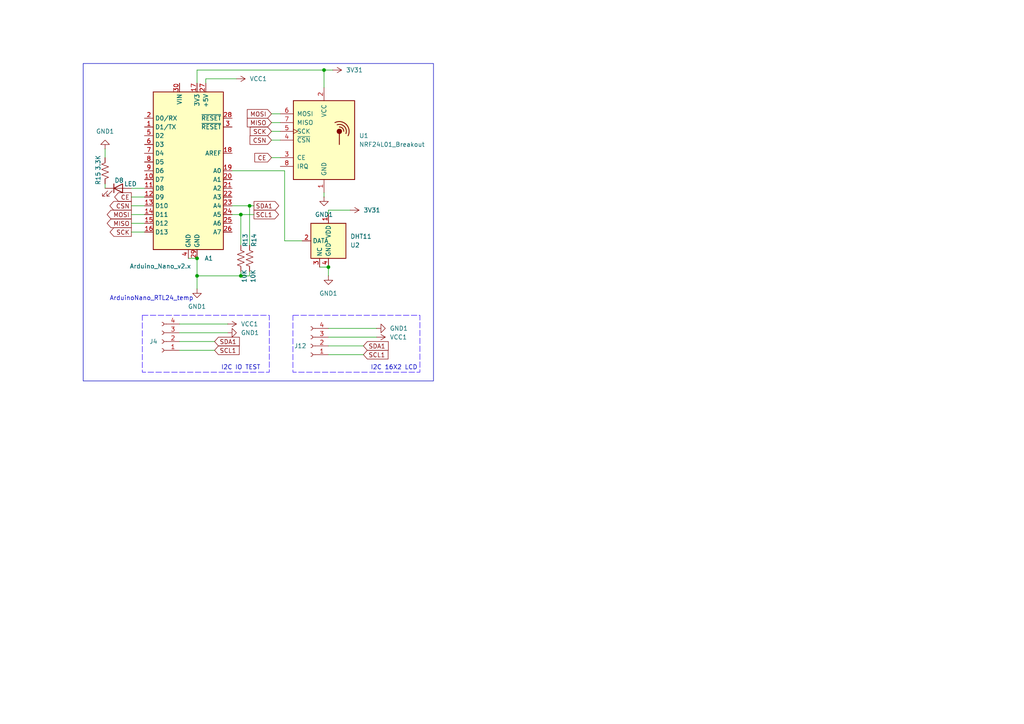
<source format=kicad_sch>
(kicad_sch (version 20250114) (generator "eeschema") (generator_version "9.0")
  (paper "A4")
  (lib_symbols
    (symbol "Connector:Conn_01x04_Socket" (pin_names (offset 1.016) (hide yes))
      (property "Reference" "J" (at 0 5.08 0))
      (property "Value" "Conn_01x04_Socket" (at 0 -7.62 0))
      (symbol "Conn_01x04_Socket_1_1"
        (polyline (pts (xy -1.27 2.54) (xy -0.508 2.54)) (stroke (width 0.1524)))
        (polyline (pts (xy -1.27 0) (xy -0.508 0)) (stroke (width 0.1524)))
        (polyline (pts (xy -1.27 -2.54) (xy -0.508 -2.54)) (stroke (width 0.1524)))
        (polyline (pts (xy -1.27 -5.08) (xy -0.508 -5.08)) (stroke (width 0.1524)))
        (arc (start 0 2.032) (mid -0.5058 2.54) (end 0 3.048) (stroke (width 0.1524)))
        (arc (start 0 -0.508) (mid -0.5058 0) (end 0 0.508) (stroke (width 0.1524)))
        (arc (start 0 -3.048) (mid -0.5058 -2.54) (end 0 -2.032) (stroke (width 0.1524)))
        (arc (start 0 -5.588) (mid -0.5058 -5.08) (end 0 -4.572) (stroke (width 0.1524)))
        (pin passive line (at -5.08 2.54 0) (length 3.81) (name "Pin_1") (number "1"))
        (pin passive line (at -5.08 0 0) (length 3.81) (name "Pin_2") (number "2"))
        (pin passive line (at -5.08 -2.54 0) (length 3.81) (name "Pin_3") (number "3"))
        (pin passive line (at -5.08 -5.08 0) (length 3.81) (name "Pin_4") (number "4"))
      )
    )
    (symbol "Device:LED" (pin_numbers (hide yes)) (pin_names (offset 1.016) (hide yes))
      (property "Reference" "D" (at 0 2.54 0))
      (property "Value" "LED" (at 0 -2.54 0))
      (symbol "LED_0_1"
        (polyline (pts (xy -3.048 -0.762) (xy -4.572 -2.286) (xy -3.81 -2.286) (xy -4.572 -2.286) (xy -4.572 -1.524)))
        (polyline (pts (xy -1.778 -0.762) (xy -3.302 -2.286) (xy -2.54 -2.286) (xy -3.302 -2.286) (xy -3.302 -1.524)))
        (polyline (pts (xy -1.27 0) (xy 1.27 0)))
        (polyline (pts (xy -1.27 -1.27) (xy -1.27 1.27)) (stroke (width 0.254)))
        (polyline (pts (xy 1.27 -1.27) (xy 1.27 1.27) (xy -1.27 0) (xy 1.27 -1.27)) (stroke (width 0.254)))
      )
      (symbol "LED_1_1"
        (pin passive line (at -3.81 0 0) (length 2.54) (name "K") (number "1"))
        (pin passive line (at 3.81 0 180) (length 2.54) (name "A") (number "2"))
      )
    )
    (symbol "Device:R_US" (pin_numbers (hide yes)) (pin_names (offset 0))
      (property "Reference" "R" (at 2.54 0 90))
      (property "Value" "R_US" (at -2.54 0 90))
      (symbol "R_US_0_1"
        (polyline (pts (xy 0 2.286) (xy 0 2.54)))
        (polyline (pts (xy 0 2.286) (xy 1.016 1.905) (xy 0 1.524) (xy -1.016 1.143) (xy 0 0.762)))
        (polyline (pts (xy 0 0.762) (xy 1.016 0.381) (xy 0 0) (xy -1.016 -0.381) (xy 0 -0.762)))
        (polyline (pts (xy 0 -0.762) (xy 1.016 -1.143) (xy 0 -1.524) (xy -1.016 -1.905) (xy 0 -2.286)))
        (polyline (pts (xy 0 -2.286) (xy 0 -2.54)))
      )
      (symbol "R_US_1_1"
        (pin passive line (at 0 3.81 270) (length 1.27) (name "~") (number "1"))
        (pin passive line (at 0 -3.81 90) (length 1.27) (name "~") (number "2"))
      )
    )
    (symbol "MCU_Module:Arduino_Nano_v2.x"
      (property "Reference" "A" (at -10.16 23.495 0))
      (property "Value" "Arduino_Nano_v2.x" (at 5.08 -24.13 0))
      (symbol "Arduino_Nano_v2.x_0_1"
        (rectangle (start -10.16 22.86) (end 10.16 -22.86) (stroke (width 0.254)) (fill (type background)))
      )
      (symbol "Arduino_Nano_v2.x_1_1"
        (pin bidirectional line (at -12.7 15.24 0) (length 2.54) (name "D0/RX") (number "2"))
        (pin bidirectional line (at -12.7 12.7 0) (length 2.54) (name "D1/TX") (number "1"))
        (pin bidirectional line (at -12.7 10.16 0) (length 2.54) (name "D2") (number "5"))
        (pin bidirectional line (at -12.7 7.62 0) (length 2.54) (name "D3") (number "6"))
        (pin bidirectional line (at -12.7 5.08 0) (length 2.54) (name "D4") (number "7"))
        (pin bidirectional line (at -12.7 2.54 0) (length 2.54) (name "D5") (number "8"))
        (pin bidirectional line (at -12.7 0 0) (length 2.54) (name "D6") (number "9"))
        (pin bidirectional line (at -12.7 -2.54 0) (length 2.54) (name "D7") (number "10"))
        (pin bidirectional line (at -12.7 -5.08 0) (length 2.54) (name "D8") (number "11"))
        (pin bidirectional line (at -12.7 -7.62 0) (length 2.54) (name "D9") (number "12"))
        (pin bidirectional line (at -12.7 -10.16 0) (length 2.54) (name "D10") (number "13"))
        (pin bidirectional line (at -12.7 -12.7 0) (length 2.54) (name "D11") (number "14"))
        (pin bidirectional line (at -12.7 -15.24 0) (length 2.54) (name "D12") (number "15"))
        (pin bidirectional line (at -12.7 -17.78 0) (length 2.54) (name "D13") (number "16"))
        (pin power_in line (at -2.54 25.4 270) (length 2.54) (name "VIN") (number "30"))
        (pin power_in line (at 0 -25.4 90) (length 2.54) (name "GND") (number "4"))
        (pin power_out line (at 2.54 25.4 270) (length 2.54) (name "3V3") (number "17"))
        (pin power_in line (at 2.54 -25.4 90) (length 2.54) (name "GND") (number "29"))
        (pin power_out line (at 5.08 25.4 270) (length 2.54) (name "+5V") (number "27"))
        (pin input line (at 12.7 15.24 180) (length 2.54) (name "~{RESET}") (number "28"))
        (pin input line (at 12.7 12.7 180) (length 2.54) (name "~{RESET}") (number "3"))
        (pin input line (at 12.7 5.08 180) (length 2.54) (name "AREF") (number "18"))
        (pin bidirectional line (at 12.7 0 180) (length 2.54) (name "A0") (number "19"))
        (pin bidirectional line (at 12.7 -2.54 180) (length 2.54) (name "A1") (number "20"))
        (pin bidirectional line (at 12.7 -5.08 180) (length 2.54) (name "A2") (number "21"))
        (pin bidirectional line (at 12.7 -7.62 180) (length 2.54) (name "A3") (number "22"))
        (pin bidirectional line (at 12.7 -10.16 180) (length 2.54) (name "A4") (number "23"))
        (pin bidirectional line (at 12.7 -12.7 180) (length 2.54) (name "A5") (number "24"))
        (pin bidirectional line (at 12.7 -15.24 180) (length 2.54) (name "A6") (number "25"))
        (pin bidirectional line (at 12.7 -17.78 180) (length 2.54) (name "A7") (number "26"))
      )
    )
    (symbol "RF:NRF24L01_Breakout" (pin_names (offset 1.016))
      (property "Reference" "U" (at -8.89 12.7 0))
      (property "Value" "NRF24L01_Breakout" (at 3.81 12.7 0))
      (symbol "NRF24L01_Breakout_0_1"
        (rectangle (start -8.89 11.43) (end 8.89 -11.43) (stroke (width 0.254)) (fill (type background)))
        (arc (start 3.175 5.08) (mid 6.453 4.548) (end 6.985 1.27) (stroke (width 0.254)))
        (circle (center 4.445 2.54) (radius 0.635) (stroke (width 0.254)) (fill (type outline)))
        (polyline (pts (xy 4.445 1.905) (xy 4.445 -1.27)) (stroke (width 0.254)))
        (arc (start 3.81 4.445) (mid 5.8835 3.9785) (end 6.35 1.905) (stroke (width 0.254)))
        (arc (start 4.445 3.81) (mid 5.3558 3.4508) (end 5.715 2.54) (stroke (width 0.254)))
      )
      (symbol "NRF24L01_Breakout_1_1"
        (pin input line (at -12.7 7.62 0) (length 3.81) (name "MOSI") (number "6"))
        (pin output line (at -12.7 5.08 0) (length 3.81) (name "MISO") (number "7"))
        (pin input clock (at -12.7 2.54 0) (length 3.81) (name "SCK") (number "5"))
        (pin input line (at -12.7 0 0) (length 3.81) (name "~{CSN}") (number "4"))
        (pin input line (at -12.7 -5.08 0) (length 3.81) (name "CE") (number "3"))
        (pin output line (at -12.7 -7.62 0) (length 3.81) (name "IRQ") (number "8"))
        (pin power_in line (at 0 15.24 270) (length 3.81) (name "VCC") (number "2"))
        (pin power_in line (at 0 -15.24 90) (length 3.81) (name "GND") (number "1"))
      )
    )
    (symbol "Sensor:DHT11"
      (property "Reference" "U2" (at -6.35 -1.2701 0))
      (property "Value" "DHT11" (at -6.35 1.2699 0))
      (symbol "DHT11_0_1"
        (rectangle (start -5.08 5.08) (end 5.08 -5.08) (stroke (width 0.254)) (fill (type background)))
      )
      (symbol "DHT11_1_1"
        (pin no_connect line (at -5.08 0 0) (length 2.54) (hide yes) (name "NC") (number "3"))
        (pin power_in line (at 0 7.62 270) (length 2.54) (name "VDD") (number "1"))
        (pin power_in line (at 0 -7.62 90) (length 2.54) (name "GND") (number "4"))
        (pin power_in line (at 2.54 -7.62 90) (length 2.54) (name "NC") (number "3"))
        (pin bidirectional line (at 7.62 0 180) (length 2.54) (name "DATA") (number "2"))
      )
    )
    (symbol "power:GND" (power) (pin_numbers (hide yes)) (pin_names (offset 0) (hide yes))
      (property "Value" "GND" (at 0 -3.81 0))
      (symbol "GND_0_1"
        (polyline (pts (xy 0 0) (xy 0 -1.27) (xy 1.27 -1.27) (xy 0 -2.54) (xy -1.27 -1.27) (xy 0 -1.27)))
      )
      (symbol "GND_1_1"
        (pin power_in line (at 0 0 270) (length 0) (name "~") (number "1"))
      )
    )
    (symbol "power:VCC" (power) (pin_numbers (hide yes)) (pin_names (offset 0) (hide yes))
      (property "Value" "VCC" (at 0 3.556 0))
      (symbol "VCC_0_1"
        (polyline (pts (xy -0.762 1.27) (xy 0 2.54)))
        (polyline (pts (xy 0 2.54) (xy 0.762 1.27)))
        (polyline (pts (xy 0 0) (xy 0 2.54)))
      )
      (symbol "VCC_1_1"
        (pin power_in line (at 0 0 90) (length 0) (name "~") (number "1"))
      )
    )
  )
  (rectangle (start 84.963 91.44) (end 121.793 107.95) (stroke (width 0) (type dash) (color 50 9 255 1)))
  (rectangle (start 41.275 91.44) (end 78.105 107.95) (stroke (width 0) (type dash) (color 50 9 255 1)))
  (rectangle (start 24.13 18.415) (end 125.73 110.49))
  (text "I2C 16X2 LCD" (at 114.3 106.68 0) (effects (font (size 1.27 1.27))))
  (text "I2C IO TEST" (at 69.85 106.68 0) (effects (font (size 1.27 1.27))))
  (text "ArduinoNano_RTL24_temp" (at 43.942 86.614 0) (effects (font (size 1.27 1.27))))
  (junction (at 72.39 59.69))
  (junction (at 93.98 20.32))
  (junction (at 69.85 62.23))
  (junction (at 69.85 80.01))
  (junction (at 95.25 77.47))
  (junction (at 57.15 74.93))
  (junction (at 57.15 80.01))
  (wire (pts (xy 30.48 45.72) (xy 30.48 43.18)))
  (wire (pts (xy 68.58 22.86) (xy 59.69 22.86)))
  (wire (pts (xy 67.31 59.69) (xy 72.39 59.69)))
  (wire (pts (xy 57.15 80.01) (xy 57.15 83.82)))
  (wire (pts (xy 38.1 59.69) (xy 41.91 59.69)))
  (wire (pts (xy 92.71 77.47) (xy 95.25 77.47)))
  (wire (pts (xy 95.25 102.87) (xy 105.41 102.87)))
  (wire (pts (xy 67.31 49.53) (xy 82.55 49.53)))
  (wire (pts (xy 52.07 99.06) (xy 62.23 99.06)))
  (wire (pts (xy 82.55 69.85) (xy 87.63 69.85)))
  (wire (pts (xy 95.25 60.96) (xy 101.6 60.96)))
  (wire (pts (xy 67.31 62.23) (xy 69.85 62.23)))
  (wire (pts (xy 82.55 49.53) (xy 82.55 69.85)))
  (wire (pts (xy 38.1 57.15) (xy 41.91 57.15)))
  (wire (pts (xy 52.07 96.52) (xy 66.04 96.52)))
  (wire (pts (xy 57.15 24.13) (xy 57.15 20.32)))
  (wire (pts (xy 69.85 62.23) (xy 69.85 71.12)))
  (wire (pts (xy 78.74 35.56) (xy 81.28 35.56)))
  (wire (pts (xy 69.85 62.23) (xy 73.66 62.23)))
  (wire (pts (xy 57.15 20.32) (xy 93.98 20.32)))
  (wire (pts (xy 30.48 54.61) (xy 30.48 53.34)))
  (wire (pts (xy 78.74 38.1) (xy 81.28 38.1)))
  (wire (pts (xy 78.74 40.64) (xy 81.28 40.64)))
  (wire (pts (xy 95.25 97.79) (xy 109.22 97.79)))
  (wire (pts (xy 38.1 62.23) (xy 41.91 62.23)))
  (wire (pts (xy 72.39 59.69) (xy 72.39 71.12)))
  (wire (pts (xy 72.39 80.01) (xy 69.85 80.01)))
  (wire (pts (xy 93.98 55.88) (xy 93.98 57.15)))
  (wire (pts (xy 93.98 20.32) (xy 93.98 25.4)))
  (wire (pts (xy 38.1 67.31) (xy 41.91 67.31)))
  (wire (pts (xy 95.25 100.33) (xy 105.41 100.33)))
  (wire (pts (xy 54.61 74.93) (xy 57.15 74.93)))
  (wire (pts (xy 52.07 101.6) (xy 62.23 101.6)))
  (wire (pts (xy 38.1 64.77) (xy 41.91 64.77)))
  (wire (pts (xy 72.39 59.69) (xy 73.66 59.69)))
  (wire (pts (xy 95.25 95.25) (xy 109.22 95.25)))
  (wire (pts (xy 93.98 20.32) (xy 96.52 20.32)))
  (wire (pts (xy 78.74 45.72) (xy 81.28 45.72)))
  (wire (pts (xy 72.39 78.74) (xy 72.39 80.01)))
  (wire (pts (xy 38.1 54.61) (xy 41.91 54.61)))
  (wire (pts (xy 69.85 80.01) (xy 57.15 80.01)))
  (wire (pts (xy 57.15 74.93) (xy 57.15 80.01)))
  (wire (pts (xy 95.25 77.47) (xy 95.25 80.01)))
  (wire (pts (xy 69.85 78.74) (xy 69.85 80.01)))
  (wire (pts (xy 52.07 93.98) (xy 66.04 93.98)))
  (wire (pts (xy 59.69 22.86) (xy 59.69 24.13)))
  (wire (pts (xy 78.74 33.02) (xy 81.28 33.02)))
  (wire (pts (xy 95.25 60.96) (xy 95.25 62.23)))
  (global_label "MOSI" (shape input) (at 78.74 33.02 180) (property "Intersheetrefs" "${INTERSHEET_REFS}" (effects (hide yes))))
  (global_label "MISO" (shape input) (at 78.74 35.56 180) (property "Intersheetrefs" "${INTERSHEET_REFS}" (effects (hide yes))))
  (global_label "SDA1" (shape input) (at 62.23 99.06 0) (property "Intersheetrefs" "${INTERSHEET_REFS}" (effects (hide yes))))
  (global_label "SCK" (shape input) (at 78.74 38.1 180) (property "Intersheetrefs" "${INTERSHEET_REFS}" (effects (hide yes))))
  (global_label "CE" (shape input) (at 78.74 45.72 180) (property "Intersheetrefs" "${INTERSHEET_REFS}" (effects (hide yes))))
  (global_label "SDA1" (shape input) (at 105.41 100.33 0) (property "Intersheetrefs" "${INTERSHEET_REFS}" (effects (hide yes))))
  (global_label "MOSI" (shape output) (at 38.1 62.23 180) (property "Intersheetrefs" "${INTERSHEET_REFS}" (effects (hide yes))))
  (global_label "SCL1" (shape output) (at 73.66 62.23 0) (property "Intersheetrefs" "${INTERSHEET_REFS}" (effects (hide yes))))
  (global_label "CSN" (shape input) (at 78.74 40.64 180) (property "Intersheetrefs" "${INTERSHEET_REFS}" (effects (hide yes))))
  (global_label "CSN" (shape output) (at 38.1 59.69 180) (property "Intersheetrefs" "${INTERSHEET_REFS}" (effects (hide yes))))
  (global_label "CE" (shape output) (at 38.1 57.15 180) (property "Intersheetrefs" "${INTERSHEET_REFS}" (effects (hide yes))))
  (global_label "SCL1" (shape input) (at 105.41 102.87 0) (property "Intersheetrefs" "${INTERSHEET_REFS}" (effects (hide yes))))
  (global_label "SCL1" (shape input) (at 62.23 101.6 0) (property "Intersheetrefs" "${INTERSHEET_REFS}" (effects (hide yes))))
  (global_label "SCK" (shape output) (at 38.1 67.31 180) (property "Intersheetrefs" "${INTERSHEET_REFS}" (effects (hide yes))))
  (global_label "MISO" (shape output) (at 38.1 64.77 180) (property "Intersheetrefs" "${INTERSHEET_REFS}" (effects (hide yes))))
  (global_label "SDA1" (shape output) (at 73.66 59.69 0) (property "Intersheetrefs" "${INTERSHEET_REFS}" (effects (hide yes))))
  (symbol (lib_id "Connector:Conn_01x04_Socket") (at 90.17 100.33 180) (unit 1)
    (property "Reference" "J12" (at 88.9 100.3301 0) (effects (justify left)))
    (property "Value" "Conn_01x04_Socket" (effects (hide yes)))
    (property "Footprint" "Add_New:CONN_PPPC041LGBN-RC_SUL" (effects (hide yes)))
    (property "Description" "Generic connector, single row, 01x04, script generated" (effects (hide yes)))
    (instances (project "atmega328p_base" (path "" (reference "J12") (unit 1))) (project "" (path "" (reference "J5") (unit 1))))
  )
  (symbol (lib_id "power:GND") (at 30.48 43.18 0) (mirror x) (unit 1)
    (property "Reference" "#PWR09" (effects (hide yes)))
    (property "Value" "GND1" (at 30.48 38.1 0))
    (property "Description" "Power symbol creates a global label with name \"GND\" , ground" (effects (hide yes)))
  )
  (symbol (lib_id "power:VCC") (at 66.04 93.98 270) (unit 1)
    (property "Reference" "#PWR039" (effects (hide yes)))
    (property "Value" "VCC1" (at 69.85 93.98 90) (effects (justify left)))
  )
  (symbol (lib_id "power:GND") (at 93.98 57.15 0) (unit 1)
    (property "Reference" "#PWR03" (effects (hide yes)))
    (property "Value" "GND1" (at 93.98 62.23 0))
    (property "Description" "Power symbol creates a global label with name \"GND\" , ground" (effects (hide yes)))
  )
  (symbol (lib_id "power:GND") (at 66.04 96.52 90) (unit 1)
    (property "Reference" "#PWR040" (effects (hide yes)))
    (property "Value" "GND1" (at 69.85 96.5199 90) (effects (justify right)))
    (property "Description" "Power symbol creates a global label with name \"GND\" , ground" (effects (hide yes)))
  )
  (symbol (lib_id "power:VCC") (at 109.22 97.79 270) (unit 1)
    (property "Reference" "#PWR034" (effects (hide yes)))
    (property "Value" "VCC1" (at 113.03 97.79 90) (effects (justify left)))
    (instances (project "atmega328p_base" (path "" (reference "#PWR034") (unit 1))) (project "" (path "" (reference "#PWR012") (unit 1))))
  )
  (symbol (lib_id "power:VCC") (at 101.6 60.96 270) (unit 1)
    (property "Reference" "#PWR06" (effects (hide yes)))
    (property "Value" "3V31" (at 105.41 60.9599 90) (effects (justify left)))
    (property "Description" "Power symbol creates a global label with name \"VCC\"" (effects (hide yes)))
  )
  (symbol (lib_id "MCU_Module:Arduino_Nano_v2.x") (at 54.61 49.53 0) (unit 1)
    (property "Reference" "A1" (at 59.2933 74.93 0) (effects (justify left)))
    (property "Value" "Arduino_Nano_v2.x" (at 37.592 77.216 0) (effects (justify left)))
    (property "Footprint" "Module:Arduino_Nano" (effects (hide yes)))
    (property "Datasheet" "https://www.arduino.cc/en/uploads/Main/ArduinoNanoManual23.pdf" (effects (hide yes)))
    (property "Description" "Arduino Nano v2.x" (effects (hide yes)))
  )
  (symbol (lib_id "Device:R_US") (at 72.39 74.93 0) (unit 1)
    (property "Reference" "R14" (at 73.66 71.628 90) (effects (justify left)))
    (property "Value" "10K" (at 73.406 82.042 90) (effects (justify left)))
    (property "Footprint" "Resistor_THT:R_Axial_DIN0207_L6.3mm_D2.5mm_P10.16mm_Horizontal" (effects (hide yes)))
    (property "Description" "Resistor, US symbol" (effects (hide yes)))
  )
  (symbol (lib_id "power:VCC") (at 96.52 20.32 270) (unit 1)
    (property "Reference" "#PWR05" (effects (hide yes)))
    (property "Value" "3V31" (at 100.33 20.3199 90) (effects (justify left)))
    (property "Description" "Power symbol creates a global label with name \"VCC\"" (effects (hide yes)))
  )
  (symbol (lib_id "Device:R_US") (at 30.48 49.53 0) (mirror x) (unit 1)
    (property "Reference" "R15" (at 28.448 49.784 90) (effects (justify left)))
    (property "Value" "3.3K" (at 28.448 44.958 90) (effects (justify left)))
    (property "Footprint" "Resistor_THT:R_Axial_DIN0207_L6.3mm_D2.5mm_P10.16mm_Horizontal" (effects (hide yes)))
  )
  (symbol (lib_id "Device:LED") (at 34.29 54.61 0) (unit 1)
    (property "Reference" "D8" (at 34.544 52.324 0))
    (property "Value" "LED" (at 37.846 53.34 0))
    (property "Footprint" "LED_THT:LED_D3.0mm_Horizontal_O1.27mm_Z2.0mm" (effects (hide yes)))
    (property "Description" "Light emitting diode" (effects (hide yes)))
    (property "Sim.Pins" "1=K 2=A" (effects (hide yes)))
  )
  (symbol (lib_id "RF:NRF24L01_Breakout") (at 93.98 40.64 0) (unit 1)
    (property "Reference" "U1" (at 104.14 39.3699 0) (effects (justify left)))
    (property "Value" "NRF24L01_Breakout" (at 104.14 41.9099 0) (effects (justify left)))
    (property "Footprint" "RF_Module:nRF24L01_Breakout" (effects (hide yes)))
    (property "Datasheet" "http://www.nordicsemi.com/eng/content/download/2730/34105/file/nRF24L01_Product_Specification_v2_0.pdf" (effects (hide yes)))
    (property "Description" "Ultra low power 2.4GHz RF Transceiver, Carrier PCB" (effects (hide yes)))
  )
  (symbol (lib_id "Sensor:DHT11") (at 95.25 69.85 0) (mirror y) (unit 1)
    (property "Reference" "U2" (at 101.6 71.1201 0) (effects (justify right)))
    (property "Value" "DHT11" (at 101.6 68.5801 0) (effects (justify right)))
    (property "Footprint" "Sensor:Aosong_DHT11_5.5x12.0_P2.54mm" (effects (hide yes)))
    (property "Datasheet" "http://akizukidenshi.com/download/ds/aosong/DHT11.pdf" (effects (hide yes)))
    (property "Description" "3.3V to 5.5V, temperature and humidity module, DHT11" (effects (hide yes)))
  )
  (symbol (lib_id "power:GND") (at 95.25 80.01 0) (unit 1)
    (property "Reference" "#PWR04" (effects (hide yes)))
    (property "Value" "GND1" (at 95.25 85.09 0))
    (property "Description" "Power symbol creates a global label with name \"GND\" , ground" (effects (hide yes)))
  )
  (symbol (lib_id "power:GND") (at 57.15 83.82 0) (unit 1)
    (property "Reference" "#PWR01" (effects (hide yes)))
    (property "Value" "GND1" (at 57.15 88.9 0))
    (property "Description" "Power symbol creates a global label with name \"GND\" , ground" (effects (hide yes)))
  )
  (symbol (lib_id "Connector:Conn_01x04_Socket") (at 46.99 99.06 180) (unit 1)
    (property "Reference" "J4" (at 45.72 99.0601 0) (effects (justify left)))
    (property "Value" "Conn_01x04_Socket" (effects (hide yes)))
    (property "Footprint" "Add_New:CONN_PPTC041LFBN-RC_SUL" (effects (hide yes)))
    (property "Description" "Generic connector, single row, 01x04, script generated" (effects (hide yes)))
  )
  (symbol (lib_id "power:GND") (at 109.22 95.25 90) (unit 1)
    (property "Reference" "#PWR033" (effects (hide yes)))
    (property "Value" "GND1" (at 113.03 95.2499 90) (effects (justify right)))
    (property "Description" "Power symbol creates a global label with name \"GND\" , ground" (effects (hide yes)))
    (instances (project "atmega328p_base" (path "" (reference "#PWR033") (unit 1))) (project "" (path "" (reference "#PWR011") (unit 1))))
  )
  (symbol (lib_id "Device:R_US") (at 69.85 74.93 0) (unit 1)
    (property "Reference" "R13" (at 71.12 71.628 90) (effects (justify left)))
    (property "Value" "10K" (at 70.866 82.042 90) (effects (justify left)))
    (property "Footprint" "Resistor_THT:R_Axial_DIN0207_L6.3mm_D2.5mm_P10.16mm_Horizontal" (effects (hide yes)))
    (property "Description" "Resistor, US symbol" (effects (hide yes)))
  )
  (symbol (lib_id "power:VCC") (at 68.58 22.86 270) (unit 1)
    (property "Reference" "#PWR02" (effects (hide yes)))
    (property "Value" "VCC1" (at 72.39 22.86 90) (effects (justify left)))
  )
)
</source>
